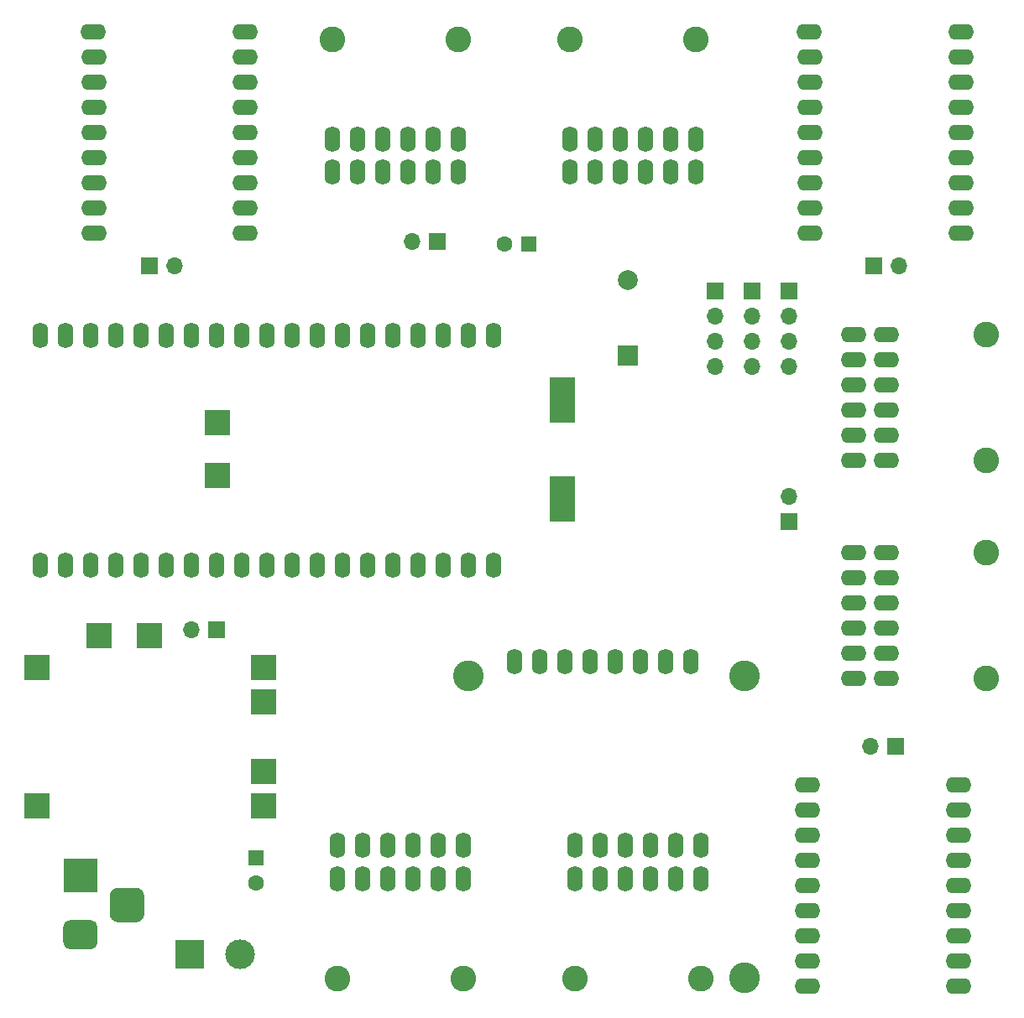
<source format=gbs>
G04 #@! TF.GenerationSoftware,KiCad,Pcbnew,(5.1.9)-1*
G04 #@! TF.CreationDate,2021-04-18T14:16:20+07:00*
G04 #@! TF.ProjectId,kicad-weight-scale-6-ch,6b696361-642d-4776-9569-6768742d7363,rev?*
G04 #@! TF.SameCoordinates,Original*
G04 #@! TF.FileFunction,Soldermask,Bot*
G04 #@! TF.FilePolarity,Negative*
%FSLAX46Y46*%
G04 Gerber Fmt 4.6, Leading zero omitted, Abs format (unit mm)*
G04 Created by KiCad (PCBNEW (5.1.9)-1) date 2021-04-18 14:16:20*
%MOMM*%
%LPD*%
G01*
G04 APERTURE LIST*
%ADD10O,1.600000X2.600000*%
%ADD11C,2.600000*%
%ADD12O,1.700000X1.700000*%
%ADD13R,1.700000X1.700000*%
%ADD14R,2.500000X2.500000*%
%ADD15O,2.600000X1.600000*%
%ADD16R,3.500000X3.500000*%
%ADD17C,3.100000*%
%ADD18C,3.000000*%
%ADD19R,3.000000X3.000000*%
%ADD20C,2.000000*%
%ADD21R,2.000000X2.000000*%
%ADD22C,1.600000*%
%ADD23R,1.600000X1.600000*%
G04 APERTURE END LIST*
D10*
X147660000Y-82500000D03*
X145120000Y-82500000D03*
X142580000Y-82500000D03*
X140040000Y-82500000D03*
X137500000Y-82500000D03*
X134960000Y-82500000D03*
X132420000Y-82500000D03*
X129880000Y-82500000D03*
X127340000Y-82500000D03*
X124800000Y-82500000D03*
X122260000Y-82500000D03*
X119720000Y-82500000D03*
X117180000Y-82500000D03*
X114640000Y-82500000D03*
X112100000Y-82500000D03*
X109560000Y-82500000D03*
X107020000Y-82500000D03*
X104480000Y-82500000D03*
X101940000Y-82500000D03*
X101940000Y-105660000D03*
X104480000Y-105660000D03*
X107020000Y-105660000D03*
X109560000Y-105660000D03*
X112100000Y-105660000D03*
X114640000Y-105660000D03*
X117180000Y-105660000D03*
X119720000Y-105660000D03*
X122260000Y-105660000D03*
X124800000Y-105660000D03*
X127340000Y-105660000D03*
X129880000Y-105660000D03*
X132420000Y-105660000D03*
X134960000Y-105660000D03*
X137500000Y-105660000D03*
X140040000Y-105660000D03*
X142580000Y-105660000D03*
X145120000Y-105660000D03*
X147660000Y-105660000D03*
D11*
X155400000Y-52600000D03*
X168100000Y-52600000D03*
D10*
X168080000Y-66020000D03*
X165540000Y-66020000D03*
X163000000Y-66020000D03*
X160460000Y-66020000D03*
X157920000Y-66020000D03*
X155380000Y-66020000D03*
X155380000Y-62680000D03*
X157920000Y-62680000D03*
X160460000Y-62680000D03*
X163000000Y-62680000D03*
X165540000Y-62680000D03*
X168080000Y-62680000D03*
D11*
X131400000Y-52600000D03*
X144100000Y-52600000D03*
D10*
X144080000Y-66020000D03*
X141540000Y-66020000D03*
X139000000Y-66020000D03*
X136460000Y-66020000D03*
X133920000Y-66020000D03*
X131380000Y-66020000D03*
X131380000Y-62680000D03*
X133920000Y-62680000D03*
X136460000Y-62680000D03*
X139000000Y-62680000D03*
X141540000Y-62680000D03*
X144080000Y-62680000D03*
D12*
X117210000Y-112250000D03*
D13*
X119750000Y-112250000D03*
D14*
X113000000Y-112840000D03*
X107920000Y-112840000D03*
X124500000Y-116000000D03*
X124500000Y-119500000D03*
X124500000Y-126500000D03*
X124500000Y-130000000D03*
X101600000Y-116000000D03*
X101600000Y-130000000D03*
D11*
X197400000Y-104400000D03*
X197400000Y-117100000D03*
D15*
X183980000Y-117080000D03*
X183980000Y-114540000D03*
X183980000Y-112000000D03*
X183980000Y-109460000D03*
X183980000Y-106920000D03*
X183980000Y-104380000D03*
X187320000Y-104380000D03*
X187320000Y-106920000D03*
X187320000Y-109460000D03*
X187320000Y-112000000D03*
X187320000Y-114540000D03*
X187320000Y-117080000D03*
X179590000Y-72160000D03*
X179590000Y-69620000D03*
X179590000Y-67080000D03*
X179590000Y-64540000D03*
X179590000Y-62000000D03*
X179590000Y-59460000D03*
X179590000Y-56920000D03*
X179590000Y-54380000D03*
X179550000Y-51840000D03*
X194870000Y-51840000D03*
X194870000Y-54380000D03*
X194870000Y-56920000D03*
X194870000Y-59460000D03*
X194870000Y-62000000D03*
X194870000Y-64540000D03*
X194870000Y-67080000D03*
X194870000Y-69620000D03*
X194870000Y-72160000D03*
G36*
G01*
X111575000Y-141750000D02*
X109825000Y-141750000D01*
G75*
G02*
X108950000Y-140875000I0J875000D01*
G01*
X108950000Y-139125000D01*
G75*
G02*
X109825000Y-138250000I875000J0D01*
G01*
X111575000Y-138250000D01*
G75*
G02*
X112450000Y-139125000I0J-875000D01*
G01*
X112450000Y-140875000D01*
G75*
G02*
X111575000Y-141750000I-875000J0D01*
G01*
G37*
G36*
G01*
X107000000Y-144500000D02*
X105000000Y-144500000D01*
G75*
G02*
X104250000Y-143750000I0J750000D01*
G01*
X104250000Y-142250000D01*
G75*
G02*
X105000000Y-141500000I750000J0D01*
G01*
X107000000Y-141500000D01*
G75*
G02*
X107750000Y-142250000I0J-750000D01*
G01*
X107750000Y-143750000D01*
G75*
G02*
X107000000Y-144500000I-750000J0D01*
G01*
G37*
D16*
X106000000Y-137000000D03*
D17*
X172950000Y-147350000D03*
X145150000Y-116850000D03*
X172950000Y-116850000D03*
D10*
X149830000Y-115410000D03*
X152370000Y-115410000D03*
X154910000Y-115410000D03*
X157450000Y-115410000D03*
X159990000Y-115410000D03*
X162530000Y-115410000D03*
X165070000Y-115410000D03*
X167610000Y-115410000D03*
D18*
X122080000Y-145000000D03*
D19*
X117000000Y-145000000D03*
D20*
X161250000Y-76900000D03*
D21*
X161250000Y-84500000D03*
D22*
X123750000Y-137750000D03*
D23*
X123750000Y-135250000D03*
D22*
X148750000Y-73250000D03*
D23*
X151250000Y-73250000D03*
D12*
X139460000Y-73000000D03*
D13*
X142000000Y-73000000D03*
D12*
X170000000Y-85620000D03*
X170000000Y-83080000D03*
X170000000Y-80540000D03*
D13*
X170000000Y-78000000D03*
D12*
X173750000Y-85620000D03*
X173750000Y-83080000D03*
X173750000Y-80540000D03*
D13*
X173750000Y-78000000D03*
D12*
X177500000Y-85620000D03*
X177500000Y-83080000D03*
X177500000Y-80540000D03*
D13*
X177500000Y-78000000D03*
D12*
X115540000Y-75500000D03*
D13*
X113000000Y-75500000D03*
D12*
X188540000Y-75500000D03*
D13*
X186000000Y-75500000D03*
D12*
X185710000Y-124000000D03*
D13*
X188250000Y-124000000D03*
D12*
X177500000Y-98710000D03*
D13*
X177500000Y-101250000D03*
D14*
X119800000Y-91300000D03*
X119800000Y-96600000D03*
X154600000Y-88000000D03*
X154600000Y-90000000D03*
X154600000Y-98000000D03*
X154600000Y-100000000D03*
D15*
X107340000Y-72160000D03*
X107340000Y-69620000D03*
X107340000Y-67080000D03*
X107340000Y-64540000D03*
X107340000Y-62000000D03*
X107340000Y-59460000D03*
X107340000Y-56920000D03*
X107340000Y-54380000D03*
X107300000Y-51840000D03*
X122620000Y-51840000D03*
X122620000Y-54380000D03*
X122620000Y-56920000D03*
X122620000Y-59460000D03*
X122620000Y-62000000D03*
X122620000Y-64540000D03*
X122620000Y-67080000D03*
X122620000Y-69620000D03*
X122620000Y-72160000D03*
X179340000Y-148160000D03*
X179340000Y-145620000D03*
X179340000Y-143080000D03*
X179340000Y-140540000D03*
X179340000Y-138000000D03*
X179340000Y-135460000D03*
X179340000Y-132920000D03*
X179340000Y-130380000D03*
X179300000Y-127840000D03*
X194620000Y-127840000D03*
X194620000Y-130380000D03*
X194620000Y-132920000D03*
X194620000Y-135460000D03*
X194620000Y-138000000D03*
X194620000Y-140540000D03*
X194620000Y-143080000D03*
X194620000Y-145620000D03*
X194620000Y-148160000D03*
D11*
X197400000Y-82400000D03*
X197400000Y-95100000D03*
D15*
X183980000Y-95080000D03*
X183980000Y-92540000D03*
X183980000Y-90000000D03*
X183980000Y-87460000D03*
X183980000Y-84920000D03*
X183980000Y-82380000D03*
X187320000Y-82380000D03*
X187320000Y-84920000D03*
X187320000Y-87460000D03*
X187320000Y-90000000D03*
X187320000Y-92540000D03*
X187320000Y-95080000D03*
D11*
X144600000Y-147400000D03*
X131900000Y-147400000D03*
D10*
X131920000Y-133980000D03*
X134460000Y-133980000D03*
X137000000Y-133980000D03*
X139540000Y-133980000D03*
X142080000Y-133980000D03*
X144620000Y-133980000D03*
X144620000Y-137320000D03*
X142080000Y-137320000D03*
X139540000Y-137320000D03*
X137000000Y-137320000D03*
X134460000Y-137320000D03*
X131920000Y-137320000D03*
D11*
X168600000Y-147400000D03*
X155900000Y-147400000D03*
D10*
X155920000Y-133980000D03*
X158460000Y-133980000D03*
X161000000Y-133980000D03*
X163540000Y-133980000D03*
X166080000Y-133980000D03*
X168620000Y-133980000D03*
X168620000Y-137320000D03*
X166080000Y-137320000D03*
X163540000Y-137320000D03*
X161000000Y-137320000D03*
X158460000Y-137320000D03*
X155920000Y-137320000D03*
M02*

</source>
